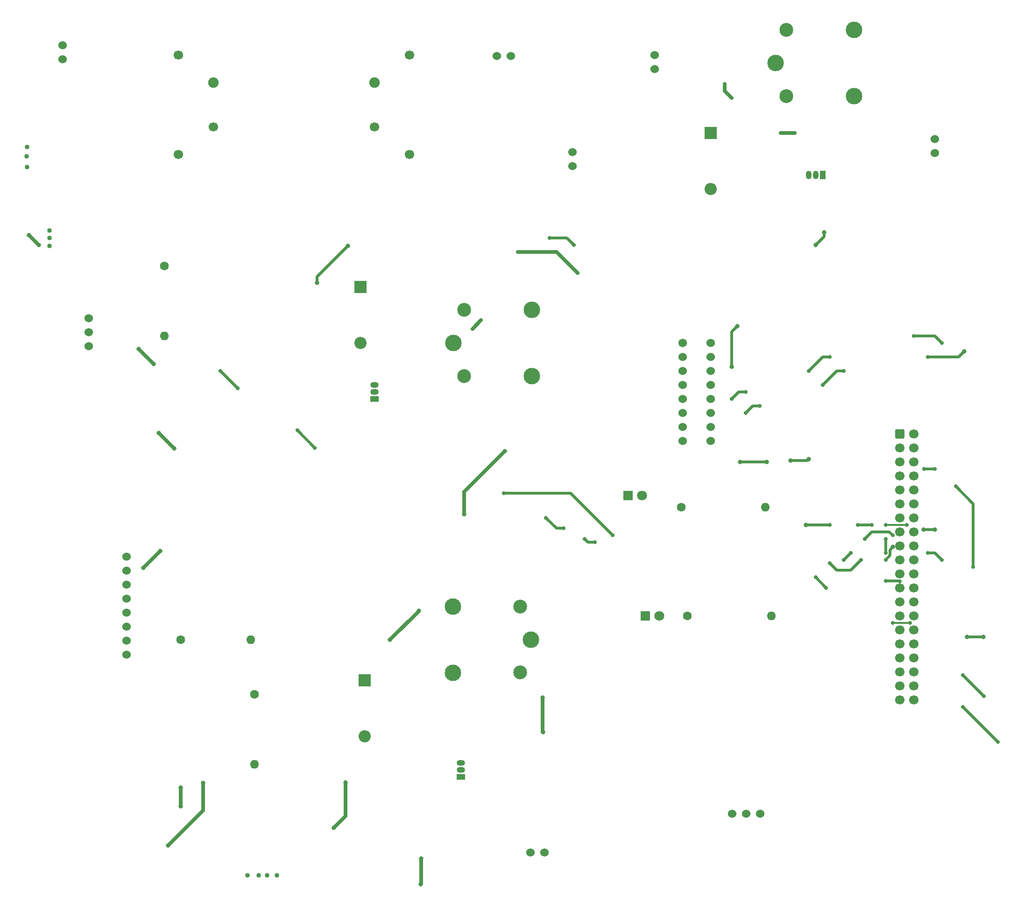
<source format=gbr>
%TF.GenerationSoftware,KiCad,Pcbnew,(6.0.2)*%
%TF.CreationDate,2023-04-19T16:32:00+03:00*%
%TF.ProjectId,Pond_circuit,506f6e64-5f63-4697-9263-7569742e6b69,rev?*%
%TF.SameCoordinates,Original*%
%TF.FileFunction,Copper,L2,Bot*%
%TF.FilePolarity,Positive*%
%FSLAX46Y46*%
G04 Gerber Fmt 4.6, Leading zero omitted, Abs format (unit mm)*
G04 Created by KiCad (PCBNEW (6.0.2)) date 2023-04-19 16:32:00*
%MOMM*%
%LPD*%
G01*
G04 APERTURE LIST*
G04 Aperture macros list*
%AMRoundRect*
0 Rectangle with rounded corners*
0 $1 Rounding radius*
0 $2 $3 $4 $5 $6 $7 $8 $9 X,Y pos of 4 corners*
0 Add a 4 corners polygon primitive as box body*
4,1,4,$2,$3,$4,$5,$6,$7,$8,$9,$2,$3,0*
0 Add four circle primitives for the rounded corners*
1,1,$1+$1,$2,$3*
1,1,$1+$1,$4,$5*
1,1,$1+$1,$6,$7*
1,1,$1+$1,$8,$9*
0 Add four rect primitives between the rounded corners*
20,1,$1+$1,$2,$3,$4,$5,0*
20,1,$1+$1,$4,$5,$6,$7,0*
20,1,$1+$1,$6,$7,$8,$9,0*
20,1,$1+$1,$8,$9,$2,$3,0*%
G04 Aperture macros list end*
%TA.AperFunction,ComponentPad*%
%ADD10C,1.524000*%
%TD*%
%TA.AperFunction,ComponentPad*%
%ADD11C,1.900000*%
%TD*%
%TA.AperFunction,ComponentPad*%
%ADD12C,1.700000*%
%TD*%
%TA.AperFunction,ComponentPad*%
%ADD13C,3.000000*%
%TD*%
%TA.AperFunction,ComponentPad*%
%ADD14C,2.500000*%
%TD*%
%TA.AperFunction,ComponentPad*%
%ADD15C,1.600000*%
%TD*%
%TA.AperFunction,ComponentPad*%
%ADD16O,1.600000X1.600000*%
%TD*%
%TA.AperFunction,ComponentPad*%
%ADD17R,1.500000X1.050000*%
%TD*%
%TA.AperFunction,ComponentPad*%
%ADD18O,1.500000X1.050000*%
%TD*%
%TA.AperFunction,ComponentPad*%
%ADD19R,1.800000X1.800000*%
%TD*%
%TA.AperFunction,ComponentPad*%
%ADD20C,1.800000*%
%TD*%
%TA.AperFunction,ComponentPad*%
%ADD21RoundRect,0.250000X-0.600000X-0.600000X0.600000X-0.600000X0.600000X0.600000X-0.600000X0.600000X0*%
%TD*%
%TA.AperFunction,ComponentPad*%
%ADD22C,1.546000*%
%TD*%
%TA.AperFunction,ComponentPad*%
%ADD23C,0.850000*%
%TD*%
%TA.AperFunction,ComponentPad*%
%ADD24O,0.850000X0.850000*%
%TD*%
%TA.AperFunction,ComponentPad*%
%ADD25R,2.200000X2.200000*%
%TD*%
%TA.AperFunction,ComponentPad*%
%ADD26O,2.200000X2.200000*%
%TD*%
%TA.AperFunction,ComponentPad*%
%ADD27R,1.050000X1.500000*%
%TD*%
%TA.AperFunction,ComponentPad*%
%ADD28O,1.050000X1.500000*%
%TD*%
%TA.AperFunction,ViaPad*%
%ADD29C,0.800000*%
%TD*%
%TA.AperFunction,ViaPad*%
%ADD30C,0.700000*%
%TD*%
%TA.AperFunction,Conductor*%
%ADD31C,0.700000*%
%TD*%
%TA.AperFunction,Conductor*%
%ADD32C,0.500000*%
%TD*%
%TA.AperFunction,Conductor*%
%ADD33C,0.300000*%
%TD*%
G04 APERTURE END LIST*
D10*
%TO.P,J14,1,Pin_1*%
%TO.N,Net-(U2-Pad1)*%
X198501000Y-44119800D03*
%TO.P,J14,2,Pin_2*%
%TO.N,Net-(J14-Pad2)*%
X198501000Y-46659800D03*
%TD*%
D11*
%TO.P,U3,1,Vin_Pos*%
%TO.N,Net-(J9-Pad1)*%
X162560000Y-31560000D03*
D12*
%TO.P,U3,2,Vout_neg*%
%TO.N,Net-(J9-Pad2)*%
X162560000Y-39560000D03*
%TD*%
D13*
%TO.P,K1,1*%
%TO.N,Net-(J8-Pad1)*%
X190973600Y-132638800D03*
D14*
%TO.P,K1,2*%
%TO.N,Net-(D1-Pad2)*%
X189023600Y-126588800D03*
D13*
%TO.P,K1,3*%
%TO.N,+5V*%
X176823600Y-126588800D03*
%TO.P,K1,4*%
%TO.N,unconnected-(K1-Pad4)*%
X176773600Y-138638800D03*
D14*
%TO.P,K1,5*%
%TO.N,+5V*%
X189023600Y-138588800D03*
%TD*%
D15*
%TO.P,R3,1*%
%TO.N,GPIO26*%
X140817600Y-142494000D03*
D16*
%TO.P,R3,2*%
%TO.N,GND*%
X140817600Y-155194000D03*
%TD*%
D17*
%TO.P,Q2,1,E*%
%TO.N,GND*%
X162560000Y-88900000D03*
D18*
%TO.P,Q2,2,B*%
%TO.N,GPIO05*%
X162560000Y-87630000D03*
%TO.P,Q2,3,C*%
%TO.N,Net-(D4-Pad2)*%
X162560000Y-86360000D03*
%TD*%
D10*
%TO.P,J5,1,Pin_1*%
%TO.N,+5V*%
X110794800Y-74320400D03*
%TO.P,J5,2,Pin_2*%
%TO.N,GPIO24*%
X110794800Y-76860400D03*
%TO.P,J5,3,Pin_3*%
%TO.N,GND*%
X110794800Y-79400400D03*
%TD*%
D12*
%TO.P,U1,1,pos_in*%
%TO.N,Net-(J7-Pad2)*%
X127000000Y-44560000D03*
%TO.P,U1,2,po_neg*%
%TO.N,Net-(J7-Pad1)*%
X127000000Y-26560000D03*
%TD*%
D17*
%TO.P,Q1,1,E*%
%TO.N,GND*%
X178210800Y-157530800D03*
D18*
%TO.P,Q1,2,B*%
%TO.N,GPIO3(SDL1)*%
X178210800Y-156260800D03*
%TO.P,Q1,3,C*%
%TO.N,Net-(D1-Pad2)*%
X178210800Y-154990800D03*
%TD*%
D11*
%TO.P,U2,1,Vin_Pos*%
%TO.N,Net-(U2-Pad1)*%
X133350000Y-31560000D03*
D12*
%TO.P,U2,2,Vout_neg*%
%TO.N,Net-(J14-Pad2)*%
X133350000Y-39560000D03*
%TD*%
D19*
%TO.P,D3,1,K*%
%TO.N,GND*%
X211678600Y-128270000D03*
D20*
%TO.P,D3,2,A*%
%TO.N,Net-(D3-Pad2)*%
X214218600Y-128270000D03*
%TD*%
D12*
%TO.P,U4,1,pos_in*%
%TO.N,Net-(J9-Pad1)*%
X168910000Y-26560000D03*
%TO.P,U4,2,po_neg*%
%TO.N,Net-(J9-Pad2)*%
X168910000Y-44560000D03*
%TD*%
D21*
%TO.P,J12,1,Pin_1*%
%TO.N,+5V*%
X257810000Y-95250000D03*
D12*
%TO.P,J12,2,Pin_2*%
%TO.N,+3V3*%
X260350000Y-95250000D03*
%TO.P,J12,3,Pin_3*%
%TO.N,+5V*%
X257810000Y-97790000D03*
%TO.P,J12,4,Pin_4*%
%TO.N,unconnected-(J12-Pad4)*%
X260350000Y-97790000D03*
%TO.P,J12,5,Pin_5*%
%TO.N,GND*%
X257810000Y-100330000D03*
%TO.P,J12,6,Pin_6*%
%TO.N,GPIO3(SDL1)*%
X260350000Y-100330000D03*
%TO.P,J12,7,Pin_7*%
%TO.N,unconnected-(J12-Pad7)*%
X257810000Y-102870000D03*
%TO.P,J12,8,Pin_8*%
%TO.N,unconnected-(J12-Pad8)*%
X260350000Y-102870000D03*
%TO.P,J12,9,Pin_9*%
%TO.N,unconnected-(J12-Pad9)*%
X257810000Y-105410000D03*
%TO.P,J12,10,Pin_10*%
%TO.N,GND*%
X260350000Y-105410000D03*
%TO.P,J12,11,Pin_11*%
%TO.N,unconnected-(J12-Pad11)*%
X257810000Y-107950000D03*
%TO.P,J12,12,Pin_12*%
%TO.N,unconnected-(J12-Pad12)*%
X260350000Y-107950000D03*
%TO.P,J12,13,Pin_13*%
%TO.N,GND*%
X257810000Y-110490000D03*
%TO.P,J12,14,Pin_14*%
%TO.N,GPIO27*%
X260350000Y-110490000D03*
%TO.P,J12,15,Pin_15*%
%TO.N,GPIO23*%
X257810000Y-113030000D03*
%TO.P,J12,16,Pin_16*%
%TO.N,GPIO22*%
X260350000Y-113030000D03*
%TO.P,J12,17,Pin_17*%
%TO.N,GPIO24*%
X257810000Y-115570000D03*
%TO.P,J12,18,Pin_18*%
%TO.N,+3V3*%
X260350000Y-115570000D03*
%TO.P,J12,19,Pin_19*%
%TO.N,GND*%
X257810000Y-118110000D03*
%TO.P,J12,20,Pin_20*%
%TO.N,GPIO10(SPI0_MOSI)*%
X260350000Y-118110000D03*
%TO.P,J12,21,Pin_21*%
%TO.N,unconnected-(J12-Pad21)*%
X257810000Y-120650000D03*
%TO.P,J12,22,Pin_22*%
%TO.N,GPIO9(SPI0_MISO)*%
X260350000Y-120650000D03*
%TO.P,J12,23,Pin_23*%
%TO.N,GPIO08(SPI0_CE0_N)*%
X257810000Y-123190000D03*
%TO.P,J12,24,Pin_24*%
%TO.N,GPIO11(SPI0_CLK)*%
X260350000Y-123190000D03*
%TO.P,J12,25,Pin_25*%
%TO.N,unconnected-(J12-Pad25)*%
X257810000Y-125730000D03*
%TO.P,J12,26,Pin_26*%
%TO.N,GND*%
X260350000Y-125730000D03*
%TO.P,J12,27,Pin_27*%
%TO.N,unconnected-(J12-Pad27)*%
X257810000Y-128270000D03*
%TO.P,J12,28,Pin_28*%
%TO.N,unconnected-(J12-Pad28)*%
X260350000Y-128270000D03*
%TO.P,J12,29,Pin_29*%
%TO.N,GND*%
X257810000Y-130810000D03*
%TO.P,J12,30,Pin_30*%
%TO.N,GPIO05*%
X260350000Y-130810000D03*
%TO.P,J12,31,Pin_31*%
%TO.N,GPIO12(PWM0)*%
X257810000Y-133350000D03*
%TO.P,J12,32,Pin_32*%
%TO.N,GPIO06*%
X260350000Y-133350000D03*
%TO.P,J12,33,Pin_33*%
%TO.N,GND*%
X257810000Y-135890000D03*
%TO.P,J12,34,Pin_34*%
%TO.N,unconnected-(J12-Pad34)*%
X260350000Y-135890000D03*
%TO.P,J12,35,Pin_35*%
%TO.N,unconnected-(J12-Pad35)*%
X257810000Y-138430000D03*
%TO.P,J12,36,Pin_36*%
%TO.N,unconnected-(J12-Pad36)*%
X260350000Y-138430000D03*
%TO.P,J12,37,Pin_37*%
%TO.N,unconnected-(J12-Pad37)*%
X257810000Y-140970000D03*
%TO.P,J12,38,Pin_38*%
%TO.N,GPIO26*%
X260350000Y-140970000D03*
%TO.P,J12,39,Pin_39*%
%TO.N,unconnected-(J12-Pad39)*%
X257810000Y-143510000D03*
%TO.P,J12,40,Pin_40*%
%TO.N,GND*%
X260350000Y-143510000D03*
%TD*%
D15*
%TO.P,R5,1*%
%TO.N,Net-(D3-Pad2)*%
X219303600Y-128320800D03*
D16*
%TO.P,R5,2*%
%TO.N,GPIO23*%
X234543600Y-128320800D03*
%TD*%
D10*
%TO.P,J11,1,Pin_1*%
%TO.N,TDS_MOTORPIN*%
X213360000Y-26575000D03*
%TO.P,J11,2,Pin_2*%
%TO.N,GND*%
X213360000Y-29115000D03*
%TD*%
D15*
%TO.P,R1,1*%
%TO.N,+5V*%
X124460000Y-64770000D03*
D16*
%TO.P,R1,2*%
%TO.N,GPIO24*%
X124460000Y-77470000D03*
%TD*%
D10*
%TO.P,J10,1,Pin_1*%
%TO.N,VALUE_PH*%
X227431600Y-164185600D03*
%TO.P,J10,2,Pin_2*%
%TO.N,+5V*%
X229971600Y-164185600D03*
%TO.P,J10,3,Pin_3*%
%TO.N,GND*%
X232511600Y-164185600D03*
%TD*%
D14*
%TO.P,K3,5*%
%TO.N,+5V*%
X237290000Y-21990000D03*
D13*
%TO.P,K3,4*%
%TO.N,unconnected-(K3-Pad4)*%
X249540000Y-21940000D03*
%TO.P,K3,3*%
%TO.N,+5V*%
X249490000Y-33990000D03*
D14*
%TO.P,K3,2*%
%TO.N,Net-(D5-Pad2)*%
X237290000Y-33990000D03*
D13*
%TO.P,K3,1*%
%TO.N,Net-(J13-Pad1)*%
X235340000Y-27940000D03*
%TD*%
D10*
%TO.P,J7,1,Pin_1*%
%TO.N,Net-(J7-Pad1)*%
X106045000Y-24765000D03*
%TO.P,J7,2,Pin_2*%
%TO.N,Net-(J7-Pad2)*%
X106045000Y-27305000D03*
%TD*%
D22*
%TO.P,J6,1,Pin_1a*%
%TO.N,Net-(J4-Pad3)*%
X218440000Y-78740000D03*
D10*
%TO.P,J6,2,Pin_2a*%
%TO.N,VALUE_DO*%
X218440000Y-81280000D03*
%TO.P,J6,3,Pin_3a*%
%TO.N,VALUE_PH*%
X218440000Y-83820000D03*
%TO.P,J6,4,Pin_4a*%
%TO.N,unconnected-(J6-Pad4)*%
X218440000Y-86360000D03*
%TO.P,J6,5,Pin_5a*%
%TO.N,unconnected-(J6-Pad5)*%
X218440000Y-88900000D03*
%TO.P,J6,6,Pin_6a*%
%TO.N,unconnected-(J6-Pad6)*%
X218440000Y-91440000D03*
%TO.P,J6,7,Pin_7a*%
%TO.N,unconnected-(J6-Pad7)*%
X218440000Y-93980000D03*
%TO.P,J6,8,Pin_8a*%
%TO.N,unconnected-(J6-Pad8)*%
X218440000Y-96520000D03*
%TO.P,J6,9,Pin_8b*%
%TO.N,GND*%
X223520000Y-96520000D03*
%TO.P,J6,10,Pin_7b*%
%TO.N,GPIO08(SPI0_CE0_N)*%
X223520000Y-93980000D03*
%TO.P,J6,11,Pin_6b*%
%TO.N,GPIO10(SPI0_MOSI)*%
X223520000Y-91440000D03*
%TO.P,J6,12,Pin_5b*%
%TO.N,GPIO9(SPI0_MISO)*%
X223520000Y-88900000D03*
%TO.P,J6,13,Pin_4b*%
%TO.N,GPIO11(SPI0_CLK)*%
X223520000Y-86360000D03*
%TO.P,J6,14,Pin_3b*%
%TO.N,GND*%
X223520000Y-83820000D03*
%TO.P,J6,15,Pin_2b*%
%TO.N,+5V*%
X223520000Y-81280000D03*
%TO.P,J6,16,Pin_1b*%
X223520000Y-78740000D03*
%TD*%
D23*
%TO.P,J3,1,Pin_1*%
%TO.N,GND*%
X99568000Y-46888400D03*
D24*
%TO.P,J3,2,Pin_2*%
%TO.N,+5V*%
X99517200Y-44907200D03*
%TO.P,J3,3,Pin_3*%
%TO.N,VALUE_DO*%
X99618800Y-43180000D03*
%TD*%
D10*
%TO.P,J13,1,Pin_1*%
%TO.N,Net-(J13-Pad1)*%
X264160000Y-41815000D03*
%TO.P,J13,2,Pin_2*%
%TO.N,GND*%
X264160000Y-44355000D03*
%TD*%
D25*
%TO.P,D5,1,K*%
%TO.N,+5V*%
X223520000Y-40640000D03*
D26*
%TO.P,D5,2,A*%
%TO.N,Net-(D5-Pad2)*%
X223520000Y-50800000D03*
%TD*%
D10*
%TO.P,J4,1,Pin_1*%
%TO.N,unconnected-(J4-Pad1)*%
X117652800Y-117551200D03*
%TO.P,J4,2,Pin_2*%
%TO.N,GND*%
X117652800Y-120091200D03*
%TO.P,J4,3,Pin_3*%
%TO.N,Net-(J4-Pad3)*%
X117652800Y-122631200D03*
%TO.P,J4,4,Pin_4*%
%TO.N,+5V*%
X117652800Y-125171200D03*
%TO.P,J4,5,Pin_5*%
X117652800Y-127711200D03*
%TO.P,J4,6,Pin_6*%
%TO.N,Net-(J4-Pad3)*%
X117652800Y-130251200D03*
%TO.P,J4,7,Pin_7*%
X117652800Y-132791200D03*
%TO.P,J4,8,Pin_8*%
%TO.N,GND*%
X117652800Y-135331200D03*
%TD*%
D25*
%TO.P,D4,1,K*%
%TO.N,+5V*%
X160020000Y-68580000D03*
D26*
%TO.P,D4,2,A*%
%TO.N,Net-(D4-Pad2)*%
X160020000Y-78740000D03*
%TD*%
D13*
%TO.P,K2,1*%
%TO.N,TDS_MOTORPIN*%
X176920000Y-78740000D03*
D14*
%TO.P,K2,2*%
%TO.N,Net-(D4-Pad2)*%
X178870000Y-84790000D03*
D13*
%TO.P,K2,3*%
%TO.N,+5V*%
X191070000Y-84790000D03*
%TO.P,K2,4*%
%TO.N,unconnected-(K2-Pad4)*%
X191120000Y-72740000D03*
D14*
%TO.P,K2,5*%
%TO.N,+5V*%
X178870000Y-72790000D03*
%TD*%
D23*
%TO.P,J1,1,Pin_1*%
%TO.N,GPIO12(PWM0)*%
X103682800Y-58369200D03*
D24*
%TO.P,J1,2,Pin_2*%
%TO.N,+5V*%
X103682800Y-59690000D03*
%TO.P,J1,3,Pin_3*%
%TO.N,GND*%
X103682800Y-61163200D03*
%TD*%
D19*
%TO.P,D2,1,K*%
%TO.N,GND*%
X208579800Y-106476800D03*
D20*
%TO.P,D2,2,A*%
%TO.N,Net-(D2-Pad2)*%
X211119800Y-106476800D03*
%TD*%
D27*
%TO.P,Q3,1,E*%
%TO.N,GND*%
X243840000Y-48260000D03*
D28*
%TO.P,Q3,2,B*%
%TO.N,GPIO22*%
X242570000Y-48260000D03*
%TO.P,Q3,3,C*%
%TO.N,Net-(D5-Pad2)*%
X241300000Y-48260000D03*
%TD*%
D15*
%TO.P,R4,1*%
%TO.N,Net-(D2-Pad2)*%
X218186000Y-108559600D03*
D16*
%TO.P,R4,2*%
%TO.N,GPIO27*%
X233426000Y-108559600D03*
%TD*%
D10*
%TO.P,J8,1,Pin_1*%
%TO.N,Net-(J8-Pad1)*%
X190855600Y-171246800D03*
%TO.P,J8,2,Pin_2*%
%TO.N,GND*%
X193395600Y-171246800D03*
%TD*%
D15*
%TO.P,R2,1*%
%TO.N,Echo_Pin*%
X127457200Y-132588000D03*
D16*
%TO.P,R2,2*%
%TO.N,GPIO26*%
X140157200Y-132588000D03*
%TD*%
D25*
%TO.P,D1,1,K*%
%TO.N,+5V*%
X160832800Y-139954000D03*
D26*
%TO.P,D1,2,A*%
%TO.N,Net-(D1-Pad2)*%
X160832800Y-150114000D03*
%TD*%
D23*
%TO.P,J2,1,Pin_1*%
%TO.N,+5V*%
X144856200Y-175361600D03*
D24*
%TO.P,J2,2,Pin_2*%
%TO.N,GPIO06*%
X143078200Y-175361600D03*
%TO.P,J2,3,Pin_3*%
%TO.N,Echo_Pin*%
X141554200Y-175361600D03*
%TO.P,J2,4,Pin_4*%
%TO.N,GND*%
X139522200Y-175361600D03*
%TD*%
D10*
%TO.P,J9,1,Pin_1*%
%TO.N,Net-(J9-Pad1)*%
X184785000Y-26670000D03*
%TO.P,J9,2,Pin_2*%
%TO.N,Net-(J9-Pad2)*%
X187325000Y-26670000D03*
%TD*%
D29*
%TO.N,+5V*%
X170586400Y-127406400D03*
X123494800Y-95097600D03*
X165404800Y-132638800D03*
X157327600Y-158496000D03*
X155194000Y-166725600D03*
X186232800Y-98399600D03*
X119786400Y-79857600D03*
X126288800Y-97891600D03*
X122529600Y-82600800D03*
X178816000Y-109829600D03*
%TO.N,GND*%
X241300000Y-99822000D03*
D30*
X227330000Y-34290000D03*
D29*
X244094000Y-58674000D03*
X99949000Y-59232800D03*
X101687198Y-60996398D03*
D30*
X255270000Y-116840000D03*
D29*
X242570000Y-60960000D03*
X228854000Y-100330000D03*
X233680000Y-100330000D03*
D30*
X236220000Y-40640000D03*
X255270000Y-114300000D03*
X238760000Y-40640000D03*
D29*
X227330000Y-83058000D03*
X228346000Y-75692000D03*
D30*
X226060000Y-31750000D03*
D29*
X237998000Y-100076000D03*
%TO.N,GPIO12(PWM0)*%
X270052800Y-132080000D03*
X272948400Y-132080000D03*
D30*
%TO.N,GPIO06*%
X269240000Y-139065000D03*
X273050000Y-142875000D03*
D29*
%TO.N,Echo_Pin*%
X127457200Y-159461200D03*
X127457200Y-162864800D03*
D30*
%TO.N,VALUE_DO*%
X199390000Y-66040000D03*
X188595000Y-62230000D03*
D29*
%TO.N,Net-(J4-Pad3)*%
X123748800Y-116535200D03*
D30*
X194310000Y-59690000D03*
D29*
X152120600Y-67868800D03*
D30*
X198755000Y-60960000D03*
D29*
X157734000Y-61163200D03*
X120700800Y-119583200D03*
D30*
%TO.N,GPIO24*%
X205740000Y-113665000D03*
D29*
X256561977Y-115802023D03*
D30*
X245110000Y-118745000D03*
X250825000Y-118110000D03*
X151765000Y-97790000D03*
X148590000Y-94615000D03*
X186055000Y-106045000D03*
X255270000Y-118110000D03*
X137795000Y-86995000D03*
X134620000Y-83820000D03*
%TO.N,GPIO08(SPI0_CE0_N)*%
X255270000Y-121920000D03*
X257810000Y-122049503D03*
D29*
%TO.N,GPIO10(SPI0_MOSI)*%
X269494000Y-80264000D03*
D30*
X232410000Y-90170000D03*
X262890000Y-116840000D03*
X243840000Y-86360000D03*
X262890000Y-81280000D03*
X229870000Y-91440000D03*
X265430000Y-118110000D03*
X247650000Y-83820000D03*
%TO.N,GPIO9(SPI0_MISO)*%
X260350000Y-77470000D03*
X241300000Y-83820000D03*
X265430000Y-78740000D03*
X245110000Y-81280000D03*
X227330000Y-88900000D03*
X229870000Y-87630000D03*
D29*
%TO.N,Net-(J8-Pad1)*%
X193141600Y-149352000D03*
X193090800Y-143154400D03*
D30*
%TO.N,TDS_MOTORPIN*%
X181875332Y-74664668D03*
X180340000Y-76200000D03*
%TO.N,GPIO3(SDL1)*%
X262190500Y-101600000D03*
D29*
X171043600Y-172313600D03*
D30*
X271145000Y-119380000D03*
X267970000Y-104775000D03*
D29*
X170992800Y-176987200D03*
D30*
X264160000Y-101600000D03*
%TO.N,GPIO27*%
X245110000Y-111760000D03*
X250190000Y-111760000D03*
X252730000Y-111760000D03*
X259080000Y-111760000D03*
X255270000Y-111760000D03*
D29*
X240792000Y-111760000D03*
D30*
%TO.N,GPIO23*%
X256540000Y-113665000D03*
X247650000Y-118110000D03*
X251460000Y-114300000D03*
X248920000Y-116840000D03*
D29*
%TO.N,GPIO22*%
X262128000Y-112674400D03*
X264160000Y-112674400D03*
D30*
%TO.N,GPIO05*%
X259715000Y-129540000D03*
X200660000Y-114300000D03*
X202565000Y-114935000D03*
X242570000Y-121285000D03*
X244475000Y-123190000D03*
X196850000Y-112395000D03*
X256540000Y-129540000D03*
X193675000Y-110490000D03*
D29*
%TO.N,GPIO26*%
X125120400Y-169976800D03*
D30*
X269240000Y-144780000D03*
D29*
X131521200Y-158597600D03*
D30*
X275590000Y-151130000D03*
%TD*%
D31*
%TO.N,+5V*%
X170586400Y-127457200D02*
X170586400Y-127406400D01*
X165404800Y-132638800D02*
X170586400Y-127457200D01*
X126288800Y-97891600D02*
X123494800Y-95097600D01*
X178816000Y-105816400D02*
X178816000Y-109829600D01*
X186232800Y-98399600D02*
X178816000Y-105816400D01*
X122529600Y-82600800D02*
X119786400Y-79857600D01*
X157327600Y-164592000D02*
X155194000Y-166725600D01*
X157327600Y-158496000D02*
X157327600Y-164592000D01*
D32*
%TO.N,GND*%
X228854000Y-100330000D02*
X233680000Y-100330000D01*
D31*
X101625400Y-60909200D02*
X101625400Y-60934600D01*
D32*
X237998000Y-100076000D02*
X241046000Y-100076000D01*
X255270000Y-116840000D02*
X255270000Y-114300000D01*
X227330000Y-83058000D02*
X227330000Y-76708000D01*
D31*
X236220000Y-40640000D02*
X238760000Y-40640000D01*
X101625400Y-60934600D02*
X101687198Y-60996398D01*
D32*
X227330000Y-76708000D02*
X228346000Y-75692000D01*
X244094000Y-59436000D02*
X244094000Y-58674000D01*
X242570000Y-60960000D02*
X244094000Y-59436000D01*
D31*
X99949000Y-59232800D02*
X101625400Y-60909200D01*
X226060000Y-33020000D02*
X227330000Y-34290000D01*
D33*
X241046000Y-100076000D02*
X241300000Y-99822000D01*
D31*
X226060000Y-31750000D02*
X226060000Y-33020000D01*
D32*
%TO.N,GPIO12(PWM0)*%
X272948400Y-132080000D02*
X270052800Y-132080000D01*
%TO.N,GPIO06*%
X273050000Y-142875000D02*
X269240000Y-139065000D01*
D31*
%TO.N,Echo_Pin*%
X127457200Y-159461200D02*
X127457200Y-162864800D01*
%TO.N,VALUE_DO*%
X188595000Y-62230000D02*
X195580000Y-62230000D01*
X195580000Y-62230000D02*
X199390000Y-66040000D01*
D32*
%TO.N,Net-(J4-Pad3)*%
X194310000Y-59690000D02*
X197485000Y-59690000D01*
X152120600Y-66776600D02*
X152120600Y-67868800D01*
D31*
X120700800Y-119583200D02*
X123748800Y-116535200D01*
D32*
X197485000Y-59690000D02*
X198755000Y-60960000D01*
X157734000Y-61163200D02*
X152120600Y-66776600D01*
%TO.N,GPIO24*%
X250825000Y-118110000D02*
X248920000Y-120015000D01*
X256032000Y-116471320D02*
X256069511Y-116508831D01*
X246380000Y-120015000D02*
X245110000Y-118745000D01*
X151765000Y-97790000D02*
X148590000Y-94615000D01*
X256561977Y-115802023D02*
X256032000Y-116332000D01*
X205740000Y-113665000D02*
X198120000Y-106045000D01*
X198120000Y-106045000D02*
X186055000Y-106045000D01*
X134620000Y-83820000D02*
X137795000Y-86995000D01*
X248920000Y-120015000D02*
X246380000Y-120015000D01*
X256032000Y-116332000D02*
X256032000Y-116471320D01*
X256069511Y-116508831D02*
X256069511Y-117310489D01*
X256069511Y-117310489D02*
X255270000Y-118110000D01*
%TO.N,GPIO08(SPI0_CE0_N)*%
X255270000Y-121920000D02*
X255299511Y-121949511D01*
X257810000Y-121949511D02*
X257810000Y-122049503D01*
X255299511Y-121949511D02*
X257810000Y-121949511D01*
%TO.N,GPIO10(SPI0_MOSI)*%
X265430000Y-118110000D02*
X264160000Y-116840000D01*
X246380000Y-83820000D02*
X247650000Y-83820000D01*
X268478000Y-81280000D02*
X262890000Y-81280000D01*
X229870000Y-91440000D02*
X231140000Y-90170000D01*
X264160000Y-116840000D02*
X262890000Y-116840000D01*
X243840000Y-86360000D02*
X246380000Y-83820000D01*
X269494000Y-80264000D02*
X268478000Y-81280000D01*
X231140000Y-90170000D02*
X232410000Y-90170000D01*
%TO.N,GPIO9(SPI0_MISO)*%
X243840000Y-81280000D02*
X245110000Y-81280000D01*
X264160000Y-77470000D02*
X265430000Y-78740000D01*
X228600000Y-87630000D02*
X229870000Y-87630000D01*
X227330000Y-88900000D02*
X228600000Y-87630000D01*
X260350000Y-77470000D02*
X264160000Y-77470000D01*
X241300000Y-83820000D02*
X243840000Y-81280000D01*
D31*
%TO.N,Net-(J8-Pad1)*%
X193090800Y-149301200D02*
X193141600Y-149352000D01*
X193090800Y-143154400D02*
X193090800Y-149301200D01*
%TO.N,TDS_MOTORPIN*%
X180340000Y-76200000D02*
X181875332Y-74664668D01*
D32*
%TO.N,GPIO3(SDL1)*%
X264160000Y-101600000D02*
X262190500Y-101600000D01*
D31*
X171043600Y-176936400D02*
X170992800Y-176987200D01*
D32*
X271145000Y-107950000D02*
X267970000Y-104775000D01*
D31*
X171043600Y-172313600D02*
X171043600Y-176936400D01*
D32*
X271145000Y-119380000D02*
X271145000Y-107950000D01*
%TO.N,GPIO27*%
X240792000Y-111760000D02*
X245110000Y-111760000D01*
D33*
X259080000Y-111760000D02*
X255270000Y-111760000D01*
D32*
X252730000Y-111760000D02*
X250190000Y-111760000D01*
%TO.N,GPIO23*%
X254000000Y-113030000D02*
X255905000Y-113030000D01*
X251460000Y-114300000D02*
X252730000Y-113030000D01*
X255905000Y-113030000D02*
X256540000Y-113665000D01*
X252730000Y-113030000D02*
X254000000Y-113030000D01*
X247650000Y-118110000D02*
X248920000Y-116840000D01*
%TO.N,GPIO22*%
X264160000Y-112674400D02*
X262128000Y-112674400D01*
%TO.N,GPIO05*%
X242570000Y-121285000D02*
X244475000Y-123190000D01*
X193675000Y-110490000D02*
X195580000Y-112395000D01*
D33*
X256540000Y-129540000D02*
X259715000Y-129540000D01*
D32*
X200660000Y-114300000D02*
X201295000Y-114935000D01*
X195580000Y-112395000D02*
X196850000Y-112395000D01*
X201295000Y-114935000D02*
X202565000Y-114935000D01*
D31*
%TO.N,GPIO26*%
X131521200Y-163576000D02*
X125120400Y-169976800D01*
X131521200Y-158597600D02*
X131521200Y-163576000D01*
D32*
X275590000Y-151130000D02*
X269240000Y-144780000D01*
%TD*%
M02*

</source>
